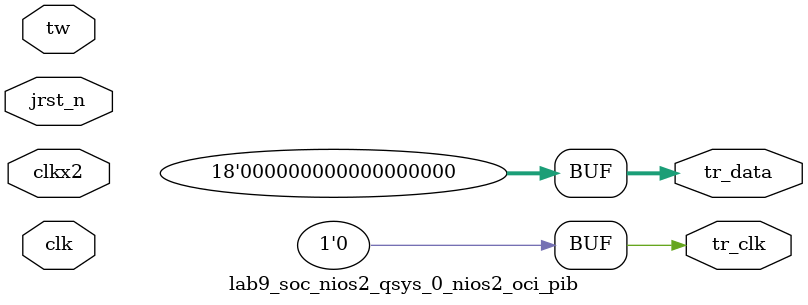
<source format=v>
module lab9_soc_nios2_qsys_0_nios2_oci_pib (
                                              clk,
                                              clkx2,
                                              jrst_n,
                                              tw,
                                              tr_clk,
                                              tr_data
                                           )
;
  output           tr_clk;
  output  [ 17: 0] tr_data;
  input            clk;
  input            clkx2;
  input            jrst_n;
  input   [ 35: 0] tw;
  wire             phase;
  wire             tr_clk;
  reg              tr_clk_reg ;
  wire    [ 17: 0] tr_data;
  reg     [ 17: 0] tr_data_reg ;
  reg              x1 ;
  reg              x2 ;
  assign phase = x1^x2;
  always @(posedge clk or negedge jrst_n)
    begin
      if (jrst_n == 0)
          x1 <= 0;
      else 
        x1 <= ~x1;
    end
  always @(posedge clkx2 or negedge jrst_n)
    begin
      if (jrst_n == 0)
        begin
          x2 <= 0;
          tr_clk_reg <= 0;
          tr_data_reg <= 0;
        end
      else 
        begin
          x2 <= x1;
          tr_clk_reg <= ~phase;
          tr_data_reg <= phase ?   tw[17 : 0] :   tw[35 : 18];
        end
    end
  assign tr_clk = 0 ? tr_clk_reg : 0;
  assign tr_data = 0 ? tr_data_reg : 0;
endmodule
</source>
